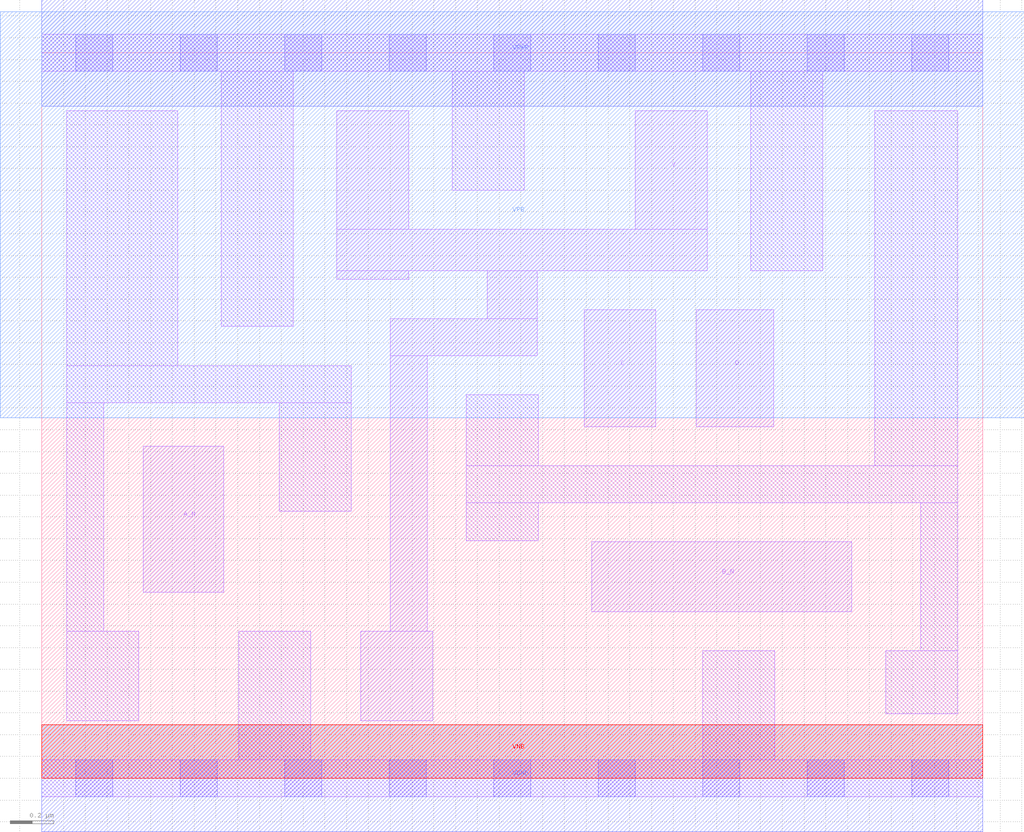
<source format=lef>
# Copyright 2020 The SkyWater PDK Authors
#
# Licensed under the Apache License, Version 2.0 (the "License");
# you may not use this file except in compliance with the License.
# You may obtain a copy of the License at
#
#     https://www.apache.org/licenses/LICENSE-2.0
#
# Unless required by applicable law or agreed to in writing, software
# distributed under the License is distributed on an "AS IS" BASIS,
# WITHOUT WARRANTIES OR CONDITIONS OF ANY KIND, either express or implied.
# See the License for the specific language governing permissions and
# limitations under the License.
#
# SPDX-License-Identifier: Apache-2.0

VERSION 5.7 ;
  NOWIREEXTENSIONATPIN ON ;
  DIVIDERCHAR "/" ;
  BUSBITCHARS "[]" ;
MACRO sky130_fd_sc_lp__nand4bb_lp
  CLASS CORE ;
  FOREIGN sky130_fd_sc_lp__nand4bb_lp ;
  ORIGIN  0.000000  0.000000 ;
  SIZE  4.320000 BY  3.330000 ;
  SYMMETRY X Y R90 ;
  SITE unit ;
  PIN A_N
    ANTENNAGATEAREA  0.376000 ;
    DIRECTION INPUT ;
    USE SIGNAL ;
    PORT
      LAYER li1 ;
        RECT 0.465000 0.855000 0.835000 1.525000 ;
    END
  END A_N
  PIN B_N
    ANTENNAGATEAREA  0.376000 ;
    DIRECTION INPUT ;
    USE SIGNAL ;
    PORT
      LAYER li1 ;
        RECT 2.525000 0.765000 3.720000 1.085000 ;
    END
  END B_N
  PIN C
    ANTENNAGATEAREA  0.313000 ;
    DIRECTION INPUT ;
    USE SIGNAL ;
    PORT
      LAYER li1 ;
        RECT 2.490000 1.615000 2.820000 2.150000 ;
    END
  END C
  PIN D
    ANTENNAGATEAREA  0.313000 ;
    DIRECTION INPUT ;
    USE SIGNAL ;
    PORT
      LAYER li1 ;
        RECT 3.005000 1.615000 3.360000 2.150000 ;
    END
  END D
  PIN Y
    ANTENNADIFFAREA  0.679700 ;
    DIRECTION OUTPUT ;
    USE SIGNAL ;
    PORT
      LAYER li1 ;
        RECT 1.355000 2.290000 1.685000 2.330000 ;
        RECT 1.355000 2.330000 3.055000 2.520000 ;
        RECT 1.355000 2.520000 1.685000 3.065000 ;
        RECT 1.465000 0.265000 1.795000 0.675000 ;
        RECT 1.600000 0.675000 1.770000 1.940000 ;
        RECT 1.600000 1.940000 2.275000 2.110000 ;
        RECT 2.045000 2.110000 2.275000 2.330000 ;
        RECT 2.725000 2.520000 3.055000 3.065000 ;
    END
  END Y
  PIN VGND
    DIRECTION INOUT ;
    USE GROUND ;
    PORT
      LAYER met1 ;
        RECT 0.000000 -0.245000 4.320000 0.245000 ;
    END
  END VGND
  PIN VNB
    DIRECTION INOUT ;
    USE GROUND ;
    PORT
      LAYER pwell ;
        RECT 0.000000 0.000000 4.320000 0.245000 ;
    END
  END VNB
  PIN VPB
    DIRECTION INOUT ;
    USE POWER ;
    PORT
      LAYER nwell ;
        RECT -0.190000 1.655000 4.510000 3.520000 ;
    END
  END VPB
  PIN VPWR
    DIRECTION INOUT ;
    USE POWER ;
    PORT
      LAYER met1 ;
        RECT 0.000000 3.085000 4.320000 3.575000 ;
    END
  END VPWR
  OBS
    LAYER li1 ;
      RECT 0.000000 -0.085000 4.320000 0.085000 ;
      RECT 0.000000  3.245000 4.320000 3.415000 ;
      RECT 0.115000  0.265000 0.445000 0.675000 ;
      RECT 0.115000  0.675000 0.285000 1.725000 ;
      RECT 0.115000  1.725000 1.420000 1.895000 ;
      RECT 0.115000  1.895000 0.625000 3.065000 ;
      RECT 0.825000  2.075000 1.155000 3.245000 ;
      RECT 0.905000  0.085000 1.235000 0.675000 ;
      RECT 1.090000  1.225000 1.420000 1.725000 ;
      RECT 1.885000  2.700000 2.215000 3.245000 ;
      RECT 1.950000  1.090000 2.280000 1.265000 ;
      RECT 1.950000  1.265000 4.205000 1.435000 ;
      RECT 1.950000  1.435000 2.280000 1.760000 ;
      RECT 3.035000  0.085000 3.365000 0.585000 ;
      RECT 3.255000  2.330000 3.585000 3.245000 ;
      RECT 3.825000  1.435000 4.205000 3.065000 ;
      RECT 3.875000  0.295000 4.205000 0.585000 ;
      RECT 4.035000  0.585000 4.205000 1.265000 ;
    LAYER mcon ;
      RECT 0.155000 -0.085000 0.325000 0.085000 ;
      RECT 0.155000  3.245000 0.325000 3.415000 ;
      RECT 0.635000 -0.085000 0.805000 0.085000 ;
      RECT 0.635000  3.245000 0.805000 3.415000 ;
      RECT 1.115000 -0.085000 1.285000 0.085000 ;
      RECT 1.115000  3.245000 1.285000 3.415000 ;
      RECT 1.595000 -0.085000 1.765000 0.085000 ;
      RECT 1.595000  3.245000 1.765000 3.415000 ;
      RECT 2.075000 -0.085000 2.245000 0.085000 ;
      RECT 2.075000  3.245000 2.245000 3.415000 ;
      RECT 2.555000 -0.085000 2.725000 0.085000 ;
      RECT 2.555000  3.245000 2.725000 3.415000 ;
      RECT 3.035000 -0.085000 3.205000 0.085000 ;
      RECT 3.035000  3.245000 3.205000 3.415000 ;
      RECT 3.515000 -0.085000 3.685000 0.085000 ;
      RECT 3.515000  3.245000 3.685000 3.415000 ;
      RECT 3.995000 -0.085000 4.165000 0.085000 ;
      RECT 3.995000  3.245000 4.165000 3.415000 ;
  END
END sky130_fd_sc_lp__nand4bb_lp
END LIBRARY

</source>
